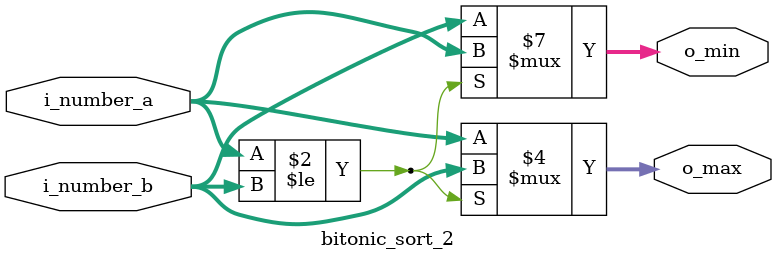
<source format=sv>
module bitonic_sort_2 #(
    parameter WIDTH = 8
) (
    input logic [WIDTH-1:0] i_number_a, i_number_b, 
    output logic [WIDTH-1:0] o_min,o_max
);
    always_comb begin
        if (i_number_a <= i_number_b) begin
            o_min = i_number_a; 
            o_max = i_number_b; 
        end else begin
            o_min = i_number_b; 
            o_max = i_number_a; 
        end
    end
endmodule 
</source>
